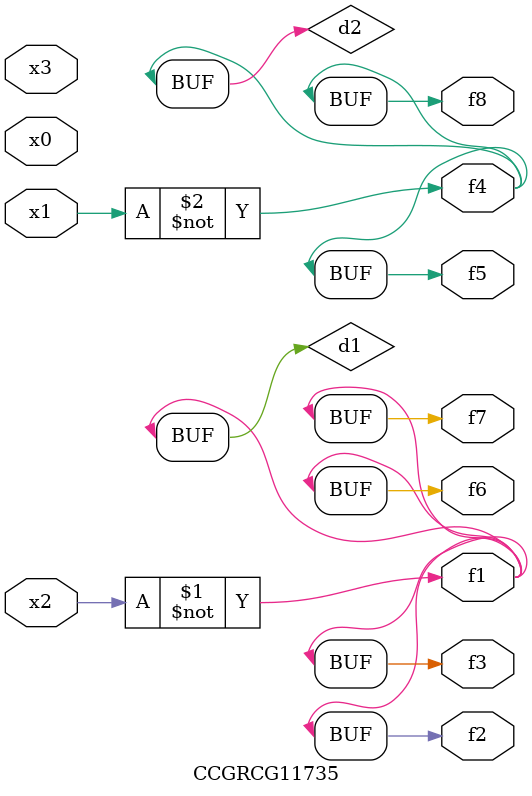
<source format=v>
module CCGRCG11735(
	input x0, x1, x2, x3,
	output f1, f2, f3, f4, f5, f6, f7, f8
);

	wire d1, d2;

	xnor (d1, x2);
	not (d2, x1);
	assign f1 = d1;
	assign f2 = d1;
	assign f3 = d1;
	assign f4 = d2;
	assign f5 = d2;
	assign f6 = d1;
	assign f7 = d1;
	assign f8 = d2;
endmodule

</source>
